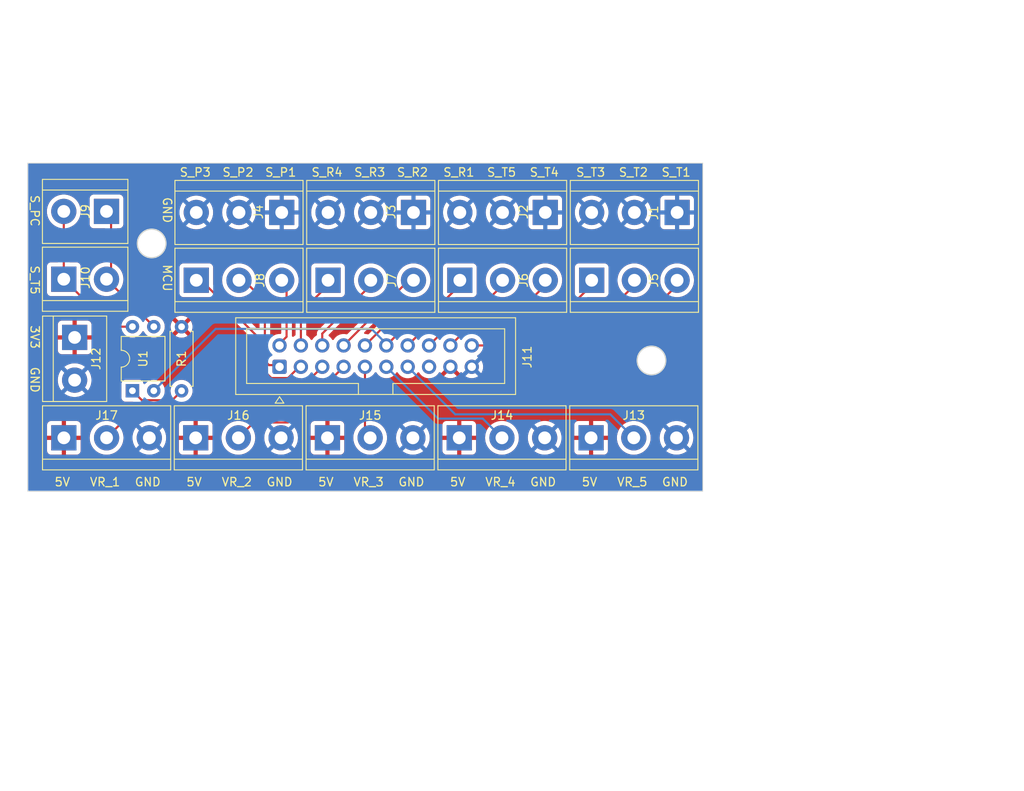
<source format=kicad_pcb>
(kicad_pcb (version 20221018) (generator pcbnew)
  (title_block (title "Control Panel Faceplate IO Breakout Board") (rev "0"))
  (layers (0 "F.Cu" signal) (31 "B.Cu" signal) (34 "B.Paste" user) (35 "F.Paste" user) (36 "B.SilkS" user "B.Silkscreen") (37 "F.SilkS" user "F.Silkscreen") (38 "B.Mask" user) (39 "F.Mask" user) (44 "Edge.Cuts" user))
  (net 0 "")
  (net 1 "/SW_T1")
  (net 2 "/SW_T2")
  (net 3 "/SW_T3")
  (net 4 "/SW_T4")
  (net 5 "/SW_T5")
  (net 6 "/SW_R1")
  (net 7 "/SW_R2")
  (net 8 "/SW_R3")
  (net 9 "/SW_R4")
  (net 10 "/SW_P1")
  (net 11 "/SW_P2")
  (net 12 "/SW_P3")
  (net 13 "/VR_1")
  (net 14 "/VR_2")
  (net 15 "/VR_3")
  (net 16 "/VR_4")
  (net 17 "/VR_5")
  (net 18 "/5V")
  (net 19 "/SW_PC_IN")
  (net 20 "/SW_PC_OUT")
  (net 21 "/GND")
  (net 22 "Net-(R1-Pad2)")
  (footprint "TerminalBlock:TerminalBlock_bornier-3_P5.08mm" (layer "F.Cu") (at -18.037099 60.751299)
    (fp_text reference "J17" (at 5.08 -2.667) (layer "F.SilkS"))
    (fp_text value "Screw_Terminal_01x03")
    (fp_line (start -2.54 -3.81) (end 12.7 -3.81) (stroke (width 0.12)) (layer "F.SilkS"))
    (fp_line (start -2.54 2.54) (end 12.7 2.54) (stroke (width 0.12)) (layer "F.SilkS"))
    (fp_line (start -2.54 3.81) (end -2.54 -3.81) (stroke (width 0.12)) (layer "F.SilkS"))
    (fp_line (start -2.54 3.81) (end 12.7 3.81) (stroke (width 0.12)) (layer "F.SilkS"))
    (fp_line (start 12.7 3.81) (end 12.7 -3.81) (stroke (width 0.12)) (layer "F.SilkS"))
    (pad "1" thru_hole rect (at 0 0) (size 3 3) (drill 1.52) (layers "*.Cu" "*.Mask") (net 18 "/5V"))
    (pad "2" thru_hole circle (at 5.08 0) (size 3 3) (drill 1.52) (layers "*.Cu" "*.Mask") (net 13 "/VR_1"))
    (pad "3" thru_hole circle (at 10.16 0) (size 3 3) (drill 1.52) (layers "*.Cu" "*.Mask") (net 21 "/GND"))
  )
  (footprint "TerminalBlock:TerminalBlock_bornier-3_P5.08mm" (layer "F.Cu") (at 39.2101 33.951301 180)
    (fp_text reference "J2" (at 2.5886 0.064 90) (layer "F.SilkS"))
    (fp_text value "Screw_Terminal_01x03")
    (fp_line (start -2.54 -3.81) (end 12.7 -3.81) (stroke (width 0.12)) (layer "F.SilkS"))
    (fp_line (start -2.54 2.54) (end 12.7 2.54) (stroke (width 0.12)) (layer "F.SilkS"))
    (fp_line (start -2.54 3.81) (end -2.54 -3.81) (stroke (width 0.12)) (layer "F.SilkS"))
    (fp_line (start -2.54 3.81) (end 12.7 3.81) (stroke (width 0.12)) (layer "F.SilkS"))
    (fp_line (start 12.7 3.81) (end 12.7 -3.81) (stroke (width 0.12)) (layer "F.SilkS"))
    (pad "1" thru_hole rect (at 0 0 180) (size 3 3) (drill 1.52) (layers "*.Cu" "*.Mask") (net 21 "/GND"))
    (pad "2" thru_hole circle (at 5.08 0 180) (size 3 3) (drill 1.52) (layers "*.Cu" "*.Mask") (net 21 "/GND"))
    (pad "3" thru_hole circle (at 10.16 0 180) (size 3 3) (drill 1.52) (layers "*.Cu" "*.Mask") (net 21 "/GND"))
  )
  (footprint "TerminalBlock:TerminalBlock_bornier-3_P5.08mm" (layer "F.Cu") (at 13.378301 42.0153)
    (fp_text reference "J7" (at 7.5714 0 90) (layer "F.SilkS"))
    (fp_text value "Screw_Terminal_01x03")
    (fp_line (start -2.54 -3.81) (end 12.7 -3.81) (stroke (width 0.12)) (layer "F.SilkS"))
    (fp_line (start -2.54 2.54) (end 12.7 2.54) (stroke (width 0.12)) (layer "F.SilkS"))
    (fp_line (start -2.54 3.81) (end -2.54 -3.81) (stroke (width 0.12)) (layer "F.SilkS"))
    (fp_line (start -2.54 3.81) (end 12.7 3.81) (stroke (width 0.12)) (layer "F.SilkS"))
    (fp_line (start 12.7 3.81) (end 12.7 -3.81) (stroke (width 0.12)) (layer "F.SilkS"))
    (pad "1" thru_hole rect (at 0 0) (size 3 3) (drill 1.52) (layers "*.Cu" "*.Mask") (net 9 "/SW_R4"))
    (pad "2" thru_hole circle (at 5.08 0) (size 3 3) (drill 1.52) (layers "*.Cu" "*.Mask") (net 8 "/SW_R3"))
    (pad "3" thru_hole circle (at 10.16 0) (size 3 3) (drill 1.52) (layers "*.Cu" "*.Mask") (net 7 "/SW_R2"))
  )
  (footprint "Connector_IDC:IDC-Header_2x10_P2.54mm_Vertical" (layer "F.Cu") (at 7.608501 52.3058 90)
    (fp_text reference "J11" (at 1.1654 29.452 90) (layer "F.SilkS"))
    (fp_text value "J_IDC_SW_IN")
    (fp_line (start -4.318 -0.508) (end -4.318 0.508) (stroke (width 0.12)) (layer "F.SilkS"))
    (fp_line (start -4.318 0.508) (end -3.556 0) (stroke (width 0.12)) (layer "F.SilkS"))
    (fp_line (start -3.556 0) (end -4.318 -0.508) (stroke (width 0.12)) (layer "F.SilkS"))
    (fp_line (start -3.29 -5.21) (end 5.83 -5.21) (stroke (width 0.12)) (layer "F.SilkS"))
    (fp_line (start -3.29 9.38) (end -1.98 9.38) (stroke (width 0.12)) (layer "F.SilkS"))
    (fp_line (start -3.29 28.07) (end -3.29 -5.21) (stroke (width 0.12)) (layer "F.SilkS"))
    (fp_line (start -1.98 -3.91) (end 4.52 -3.91) (stroke (width 0.12)) (layer "F.SilkS"))
    (fp_line (start -1.98 9.38) (end -1.98 -3.91) (stroke (width 0.12)) (layer "F.SilkS"))
    (fp_line (start -1.98 13.48) (end -3.29 13.48) (stroke (width 0.12)) (layer "F.SilkS"))
    (fp_line (start -1.98 13.48) (end -1.98 13.48) (stroke (width 0.12)) (layer "F.SilkS"))
    (fp_line (start -1.98 26.77) (end -1.98 13.48) (stroke (width 0.12)) (layer "F.SilkS"))
    (fp_line (start 4.52 -3.91) (end 4.52 26.77) (stroke (width 0.12)) (layer "F.SilkS"))
    (fp_line (start 4.52 26.77) (end -1.98 26.77) (stroke (width 0.12)) (layer "F.SilkS"))
    (fp_line (start 5.83 -5.21) (end 5.83 28.07) (stroke (width 0.12)) (layer "F.SilkS"))
    (fp_line (start 5.83 28.07) (end -3.29 28.07) (stroke (width 0.12)) (layer "F.SilkS"))
    (pad "1" thru_hole roundrect (at 0 0 90) (size 1.7 1.7) (drill 1) (layers "*.Cu" "*.Mask") (roundrect_rratio 0.1470588235) (net 11 "/SW_P2"))
    (pad "2" thru_hole circle (at 2.54 0 90) (size 1.7 1.7) (drill 1) (layers "*.Cu" "*.Mask") (net 10 "/SW_P1"))
    (pad "3" thru_hole circle (at 0 2.54 90) (size 1.7 1.7) (drill 1) (layers "*.Cu" "*.Mask") (net 12 "/SW_P3"))
    (pad "4" thru_hole circle (at 2.54 2.54 90) (size 1.7 1.7) (drill 1) (layers "*.Cu" "*.Mask") (net 9 "/SW_R4"))
    (pad "5" thru_hole circle (at 0 5.08 90) (size 1.7 1.7) (drill 1) (layers "*.Cu" "*.Mask") (net 13 "/VR_1"))
    (pad "6" thru_hole circle (at 2.54 5.08 90) (size 1.7 1.7) (drill 1) (layers "*.Cu" "*.Mask") (net 8 "/SW_R3"))
    (pad "7" thru_hole circle (at 0 7.62 90) (size 1.7 1.7) (drill 1) (layers "*.Cu" "*.Mask") (net 14 "/VR_2"))
    (pad "8" thru_hole circle (at 2.54 7.62 90) (size 1.7 1.7) (drill 1) (layers "*.Cu" "*.Mask") (net 7 "/SW_R2"))
    (pad "9" thru_hole circle (at 0 10.16 90) (size 1.7 1.7) (drill 1) (layers "*.Cu" "*.Mask") (net 15 "/VR_3"))
    (pad "10" thru_hole circle (at 2.54 10.16 90) (size 1.7 1.7) (drill 1) (layers "*.Cu" "*.Mask") (net 6 "/SW_R1"))
    (pad "11" thru_hole circle (at 0 12.7 90) (size 1.7 1.7) (drill 1) (layers "*.Cu" "*.Mask") (net 16 "/VR_4"))
    (pad "12" thru_hole circle (at 2.54 12.7 90) (size 1.7 1.7) (drill 1) (layers "*.Cu" "*.Mask") (net 5 "/SW_T5"))
    (pad "13" thru_hole circle (at 0 15.24 90) (size 1.7 1.7) (drill 1) (layers "*.Cu" "*.Mask") (net 17 "/VR_5"))
    (pad "14" thru_hole circle (at 2.54 15.24 90) (size 1.7 1.7) (drill 1) (layers "*.Cu" "*.Mask") (net 4 "/SW_T4"))
    (pad "15" thru_hole circle (at 0 17.78 90) (size 1.7 1.7) (drill 1) (layers "*.Cu" "*.Mask"))
    (pad "16" thru_hole circle (at 2.54 17.78 90) (size 1.7 1.7) (drill 1) (layers "*.Cu" "*.Mask") (net 3 "/SW_T3"))
    (pad "17" thru_hole circle (at 0 20.32 90) (size 1.7 1.7) (drill 1) (layers "*.Cu" "*.Mask") (net 18 "/5V"))
    (pad "18" thru_hole circle (at 2.54 20.32 90) (size 1.7 1.7) (drill 1) (layers "*.Cu" "*.Mask") (net 2 "/SW_T2"))
    (pad "19" thru_hole circle (at 0 22.86 90) (size 1.7 1.7) (drill 1) (layers "*.Cu" "*.Mask") (net 21 "/GND"))
    (pad "20" thru_hole circle (at 2.54 22.86 90) (size 1.7 1.7) (drill 1) (layers "*.Cu" "*.Mask") (net 1 "/SW_T1"))
  )
  (footprint "TerminalBlock:TerminalBlock_bornier-3_P5.08mm" (layer "F.Cu") (at -2.2913 42.0153)
    (fp_text reference "J8" (at 7.5714 0 90) (layer "F.SilkS"))
    (fp_text value "Screw_Terminal_01x03")
    (fp_line (start -2.54 -3.81) (end 12.7 -3.81) (stroke (width 0.12)) (layer "F.SilkS"))
    (fp_line (start -2.54 2.54) (end 12.7 2.54) (stroke (width 0.12)) (layer "F.SilkS"))
    (fp_line (start -2.54 3.81) (end -2.54 -3.81) (stroke (width 0.12)) (layer "F.SilkS"))
    (fp_line (start -2.54 3.81) (end 12.7 3.81) (stroke (width 0.12)) (layer "F.SilkS"))
    (fp_line (start 12.7 3.81) (end 12.7 -3.81) (stroke (width 0.12)) (layer "F.SilkS"))
    (pad "1" thru_hole rect (at 0 0) (size 3 3) (drill 1.52) (layers "*.Cu" "*.Mask") (net 12 "/SW_P3"))
    (pad "2" thru_hole circle (at 5.08 0) (size 3 3) (drill 1.52) (layers "*.Cu" "*.Mask") (net 11 "/SW_P2"))
    (pad "3" thru_hole circle (at 10.16 0) (size 3 3) (drill 1.52) (layers "*.Cu" "*.Mask") (net 10 "/SW_P1"))
  )
  (footprint "TerminalBlock:TerminalBlock_bornier-2_P5.08mm" (layer "F.Cu") (at -16.7571 48.813299 -90)
    (fp_text reference "J12" (at 2.54 -2.5554 90) (layer "F.SilkS"))
    (fp_text value "Screw_Terminal_01x02")
    (fp_line (start -2.54 -3.81) (end -2.54 3.81) (stroke (width 0.12)) (layer "F.SilkS"))
    (fp_line (start -2.54 3.81) (end 7.62 3.81) (stroke (width 0.12)) (layer "F.SilkS"))
    (fp_line (start 7.62 -3.81) (end -2.54 -3.81) (stroke (width 0.12)) (layer "F.SilkS"))
    (fp_line (start 7.62 2.54) (end -2.54 2.54) (stroke (width 0.12)) (layer "F.SilkS"))
    (fp_line (start 7.62 3.81) (end 7.62 -3.81) (stroke (width 0.12)) (layer "F.SilkS"))
    (pad "1" thru_hole rect (at 0 0 270) (size 3 3) (drill 1.52) (layers "*.Cu" "*.Mask") (net 18 "/5V"))
    (pad "2" thru_hole circle (at 5.08 0 270) (size 3 3) (drill 1.52) (layers "*.Cu" "*.Mask") (net 21 "/GND"))
  )
  (footprint "TerminalBlock:TerminalBlock_bornier-3_P5.08mm" (layer "F.Cu") (at 29.0501 42.0153)
    (fp_text reference "J6" (at 7.5714 0 90) (layer "F.SilkS"))
    (fp_text value "Screw_Terminal_01x03")
    (fp_line (start -2.54 -3.81) (end 12.7 -3.81) (stroke (width 0.12)) (layer "F.SilkS"))
    (fp_line (start -2.54 2.54) (end 12.7 2.54) (stroke (width 0.12)) (layer "F.SilkS"))
    (fp_line (start -2.54 3.81) (end -2.54 -3.81) (stroke (width 0.12)) (layer "F.SilkS"))
    (fp_line (start -2.54 3.81) (end 12.7 3.81) (stroke (width 0.12)) (layer "F.SilkS"))
    (fp_line (start 12.7 3.81) (end 12.7 -3.81) (stroke (width 0.12)) (layer "F.SilkS"))
    (pad "1" thru_hole rect (at 0 0) (size 3 3) (drill 1.52) (layers "*.Cu" "*.Mask") (net 6 "/SW_R1"))
    (pad "2" thru_hole circle (at 5.08 0) (size 3 3) (drill 1.52) (layers "*.Cu" "*.Mask") (net 5 "/SW_T5"))
    (pad "3" thru_hole circle (at 10.16 0) (size 3 3) (drill 1.52) (layers "*.Cu" "*.Mask") (net 4 "/SW_T4"))
  )
  (footprint "TerminalBlock:TerminalBlock_bornier-3_P5.08mm" (layer "F.Cu") (at 54.8863 33.951301 180)
    (fp_text reference "J1" (at 2.7708 -0.039142 90) (layer "F.SilkS"))
    (fp_text value "Screw_Terminal_01x03")
    (fp_line (start -2.54 -3.81) (end 12.7 -3.81) (stroke (width 0.12)) (layer "F.SilkS"))
    (fp_line (start -2.54 2.54) (end 12.7 2.54) (stroke (width 0.12)) (layer "F.SilkS"))
    (fp_line (start -2.54 3.81) (end -2.54 -3.81) (stroke (width 0.12)) (layer "F.SilkS"))
    (fp_line (start -2.54 3.81) (end 12.7 3.81) (stroke (width 0.12)) (layer "F.SilkS"))
    (fp_line (start 12.7 3.81) (end 12.7 -3.81) (stroke (width 0.12)) (layer "F.SilkS"))
    (pad "1" thru_hole rect (at 0 0 180) (size 3 3) (drill 1.52) (layers "*.Cu" "*.Mask") (net 21 "/GND"))
    (pad "2" thru_hole circle (at 5.08 0 180) (size 3 3) (drill 1.52) (layers "*.Cu" "*.Mask") (net 21 "/GND"))
    (pad "3" thru_hole circle (at 10.16 0 180) (size 3 3) (drill 1.52) (layers "*.Cu" "*.Mask") (net 21 "/GND"))
  )
  (footprint "TerminalBlock:TerminalBlock_bornier-3_P5.08mm" (layer "F.Cu") (at 7.8687 33.951301 180)
    (fp_text reference "J4" (at 2.7432 0.064 90) (layer "F.SilkS"))
    (fp_text value "Screw_Terminal_01x03")
    (fp_line (start -2.54 -3.81) (end 12.7 -3.81) (stroke (width 0.12)) (layer "F.SilkS"))
    (fp_line (start -2.54 2.54) (end 12.7 2.54) (stroke (width 0.12)) (layer "F.SilkS"))
    (fp_line (start -2.54 3.81) (end -2.54 -3.81) (stroke (width 0.12)) (layer "F.SilkS"))
    (fp_line (start -2.54 3.81) (end 12.7 3.81) (stroke (width 0.12)) (layer "F.SilkS"))
    (fp_line (start 12.7 3.81) (end 12.7 -3.81) (stroke (width 0.12)) (layer "F.SilkS"))
    (pad "1" thru_hole rect (at 0 0 180) (size 3 3) (drill 1.52) (layers "*.Cu" "*.Mask") (net 21 "/GND"))
    (pad "2" thru_hole circle (at 5.08 0 180) (size 3 3) (drill 1.52) (layers "*.Cu" "*.Mask") (net 21 "/GND"))
    (pad "3" thru_hole circle (at 10.16 0 180) (size 3 3) (drill 1.52) (layers "*.Cu" "*.Mask") (net 21 "/GND"))
  )
  (footprint "TerminalBlock:TerminalBlock_bornier-3_P5.08mm" (layer "F.Cu") (at 44.654501 60.7513)
    (fp_text reference "J13" (at 5.08 -2.667) (layer "F.SilkS"))
    (fp_text value "Screw_Terminal_01x03")
    (fp_line (start -2.54 -3.81) (end 12.7 -3.81) (stroke (width 0.12)) (layer "F.SilkS"))
    (fp_line (start -2.54 2.54) (end 12.7 2.54) (stroke (width 0.12)) (layer "F.SilkS"))
    (fp_line (start -2.54 3.81) (end -2.54 -3.81) (stroke (width 0.12)) (layer "F.SilkS"))
    (fp_line (start -2.54 3.81) (end 12.7 3.81) (stroke (width 0.12)) (layer "F.SilkS"))
    (fp_line (start 12.7 3.81) (end 12.7 -3.81) (stroke (width 0.12)) (layer "F.SilkS"))
    (pad "1" thru_hole rect (at 0 0) (size 3 3) (drill 1.52) (layers "*.Cu" "*.Mask") (net 18 "/5V"))
    (pad "2" thru_hole circle (at 5.08 0) (size 3 3) (drill 1.52) (layers "*.Cu" "*.Mask") (net 17 "/VR_5"))
    (pad "3" thru_hole circle (at 10.16 0) (size 3 3) (drill 1.52) (layers "*.Cu" "*.Mask") (net 21 "/GND"))
  )
  (footprint "TerminalBlock:TerminalBlock_bornier-2_P5.08mm" (layer "F.Cu") (at -12.967099 33.8273 180)
    (fp_text reference "J9" (at 2.5046 0 90) (layer "F.SilkS"))
    (fp_text value "Screw_Terminal_01x02")
    (fp_line (start -2.54 -3.81) (end -2.54 3.81) (stroke (width 0.12)) (layer "F.SilkS"))
    (fp_line (start -2.54 3.81) (end 7.62 3.81) (stroke (width 0.12)) (layer "F.SilkS"))
    (fp_line (start 7.62 -3.81) (end -2.54 -3.81) (stroke (width 0.12)) (layer "F.SilkS"))
    (fp_line (start 7.62 2.54) (end -2.54 2.54) (stroke (width 0.12)) (layer "F.SilkS"))
    (fp_line (start 7.62 3.81) (end 7.62 -3.81) (stroke (width 0.12)) (layer "F.SilkS"))
    (pad "1" thru_hole rect (at 0 0 180) (size 3 3) (drill 1.52) (layers "*.Cu" "*.Mask") (net 20 "/SW_PC_OUT"))
    (pad "2" thru_hole circle (at 5.08 0 180) (size 3 3) (drill 1.52) (layers "*.Cu" "*.Mask") (net 19 "/SW_PC_IN"))
  )
  (footprint "TerminalBlock:TerminalBlock_bornier-3_P5.08mm" (layer "F.Cu") (at -2.3653 60.7513)
    (fp_text reference "J16" (at 5.08 -2.667) (layer "F.SilkS"))
    (fp_text value "Screw_Terminal_01x03")
    (fp_line (start -2.54 -3.81) (end 12.7 -3.81) (stroke (width 0.12)) (layer "F.SilkS"))
    (fp_line (start -2.54 2.54) (end 12.7 2.54) (stroke (width 0.12)) (layer "F.SilkS"))
    (fp_line (start -2.54 3.81) (end -2.54 -3.81) (stroke (width 0.12)) (layer "F.SilkS"))
    (fp_line (start -2.54 3.81) (end 12.7 3.81) (stroke (width 0.12)) (layer "F.SilkS"))
    (fp_line (start 12.7 3.81) (end 12.7 -3.81) (stroke (width 0.12)) (layer "F.SilkS"))
    (pad "1" thru_hole rect (at 0 0) (size 3 3) (drill 1.52) (layers "*.Cu" "*.Mask") (net 18 "/5V"))
    (pad "2" thru_hole circle (at 5.08 0) (size 3 3) (drill 1.52) (layers "*.Cu" "*.Mask") (net 14 "/VR_2"))
    (pad "3" thru_hole circle (at 10.16 0) (size 3 3) (drill 1.52) (layers "*.Cu" "*.Mask") (net 21 "/GND"))
  )
  (footprint "TerminalBlock:TerminalBlock_bornier-3_P5.08mm" (layer "F.Cu") (at 28.978301 60.7513)
    (fp_text reference "J14" (at 5.08 -2.667) (layer "F.SilkS"))
    (fp_text value "Screw_Terminal_01x03")
    (fp_line (start -2.54 -3.81) (end 12.7 -3.81) (stroke (width 0.12)) (layer "F.SilkS"))
    (fp_line (start -2.54 2.54) (end 12.7 2.54) (stroke (width 0.12)) (layer "F.SilkS"))
    (fp_line (start -2.54 3.81) (end -2.54 -3.81) (stroke (width 0.12)) (layer "F.SilkS"))
    (fp_line (start -2.54 3.81) (end 12.7 3.81) (stroke (width 0.12)) (layer "F.SilkS"))
    (fp_line (start 12.7 3.81) (end 12.7 -3.81) (stroke (width 0.12)) (layer "F.SilkS"))
    (pad "1" thru_hole rect (at 0 0) (size 3 3) (drill 1.52) (layers "*.Cu" "*.Mask") (net 18 "/5V"))
    (pad "2" thru_hole circle (at 5.08 0) (size 3 3) (drill 1.52) (layers "*.Cu" "*.Mask") (net 16 "/VR_4"))
    (pad "3" thru_hole circle (at 10.16 0) (size 3 3) (drill 1.52) (layers "*.Cu" "*.Mask") (net 21 "/GND"))
  )
  (footprint "TerminalBlock:TerminalBlock_bornier-2_P5.08mm" (layer "F.Cu") (at -18.0471 41.891299)
    (fp_text reference "J10" (at 2.5754 -0.19 90) (layer "F.SilkS"))
    (fp_text value "Screw_Terminal_01x02")
    (fp_line (start -2.54 -3.81) (end -2.54 3.81) (stroke (width 0.12)) (layer "F.SilkS"))
    (fp_line (start -2.54 3.81) (end 7.62 3.81) (stroke (width 0.12)) (layer "F.SilkS"))
    (fp_line (start 7.62 -3.81) (end -2.54 -3.81) (stroke (width 0.12)) (layer "F.SilkS"))
    (fp_line (start 7.62 2.54) (end -2.54 2.54) (stroke (width 0.12)) (layer "F.SilkS"))
    (fp_line (start 7.62 3.81) (end 7.62 -3.81) (stroke (width 0.12)) (layer "F.SilkS"))
    (pad "1" thru_hole rect (at 0 0) (size 3 3) (drill 1.52) (layers "*.Cu" "*.Mask") (net 19 "/SW_PC_IN"))
    (pad "2" thru_hole circle (at 5.08 0) (size 3 3) (drill 1.52) (layers "*.Cu" "*.Mask") (net 20 "/SW_PC_OUT"))
  )
  (footprint "TerminalBlock:TerminalBlock_bornier-3_P5.08mm" (layer "F.Cu") (at 13.3065 60.7513)
    (fp_text reference "J15" (at 5.08 -2.667) (layer "F.SilkS"))
    (fp_text value "Screw_Terminal_01x03")
    (fp_line (start -2.54 -3.81) (end 12.7 -3.81) (stroke (width 0.12)) (layer "F.SilkS"))
    (fp_line (start -2.54 2.54) (end 12.7 2.54) (stroke (width 0.12)) (layer "F.SilkS"))
    (fp_line (start -2.54 3.81) (end -2.54 -3.81) (stroke (width 0.12)) (layer "F.SilkS"))
    (fp_line (start -2.54 3.81) (end 12.7 3.81) (stroke (width 0.12)) (layer "F.SilkS"))
    (fp_line (start 12.7 3.81) (end 12.7 -3.81) (stroke (width 0.12)) (layer "F.SilkS"))
    (pad "1" thru_hole rect (at 0 0) (size 3 3) (drill 1.52) (layers "*.Cu" "*.Mask") (net 18 "/5V"))
    (pad "2" thru_hole circle (at 5.08 0) (size 3 3) (drill 1.52) (layers "*.Cu" "*.Mask") (net 15 "/VR_3"))
    (pad "3" thru_hole circle (at 10.16 0) (size 3 3) (drill 1.52) (layers "*.Cu" "*.Mask") (net 21 "/GND"))
  )
  (footprint "TerminalBlock:TerminalBlock_bornier-3_P5.08mm" (layer "F.Cu") (at 23.5383 33.951301 180)
    (fp_text reference "J3" (at 2.6648 0.064 90) (layer "F.SilkS"))
    (fp_text value "Screw_Terminal_01x03")
    (fp_line (start -2.54 -3.81) (end 12.7 -3.81) (stroke (width 0.12)) (layer "F.SilkS"))
    (fp_line (start -2.54 2.54) (end 12.7 2.54) (stroke (width 0.12)) (layer "F.SilkS"))
    (fp_line (start -2.54 3.81) (end -2.54 -3.81) (stroke (width 0.12)) (layer "F.SilkS"))
    (fp_line (start -2.54 3.81) (end 12.7 3.81) (stroke (width 0.12)) (layer "F.SilkS"))
    (fp_line (start 12.7 3.81) (end 12.7 -3.81) (stroke (width 0.12)) (layer "F.SilkS"))
    (pad "1" thru_hole rect (at 0 0 180) (size 3 3) (drill 1.52) (layers "*.Cu" "*.Mask") (net 21 "/GND"))
    (pad "2" thru_hole circle (at 5.08 0 180) (size 3 3) (drill 1.52) (layers "*.Cu" "*.Mask") (net 21 "/GND"))
    (pad "3" thru_hole circle (at 10.16 0 180) (size 3 3) (drill 1.52) (layers "*.Cu" "*.Mask") (net 21 "/GND"))
  )
  (footprint "TerminalBlock:TerminalBlock_bornier-3_P5.08mm" (layer "F.Cu") (at 44.7263 42.0153)
    (fp_text reference "J5" (at 7.3892 0 90) (layer "F.SilkS"))
    (fp_text value "Screw_Terminal_01x03")
    (fp_line (start -2.54 -3.81) (end 12.7 -3.81) (stroke (width 0.12)) (layer "F.SilkS"))
    (fp_line (start -2.54 2.54) (end 12.7 2.54) (stroke (width 0.12)) (layer "F.SilkS"))
    (fp_line (start -2.54 3.81) (end -2.54 -3.81) (stroke (width 0.12)) (layer "F.SilkS"))
    (fp_line (start -2.54 3.81) (end 12.7 3.81) (stroke (width 0.12)) (layer "F.SilkS"))
    (fp_line (start 12.7 3.81) (end 12.7 -3.81) (stroke (width 0.12)) (layer "F.SilkS"))
    (pad "1" thru_hole rect (at 0 0) (size 3 3) (drill 1.52) (layers "*.Cu" "*.Mask") (net 3 "/SW_T3"))
    (pad "2" thru_hole circle (at 5.08 0) (size 3 3) (drill 1.52) (layers "*.Cu" "*.Mask") (net 2 "/SW_T2"))
    (pad "3" thru_hole circle (at 10.16 0) (size 3 3) (drill 1.52) (layers "*.Cu" "*.Mask") (net 1 "/SW_T1"))
  )
  (footprint "Resistor_THT:R_Axial_DIN0207_L6.3mm_D2.5mm_P7.62mm_Horizontal" (layer "F.Cu") (at -4.0417 47.5433 -90)
    (fp_text reference "R1" (at 3.81 0 90) (layer "F.SilkS"))
    (fp_text value "330R")
    (fp_line (start 0.54 -1.37) (end 7.08 -1.37) (stroke (width 0.12)) (layer "F.SilkS"))
    (fp_line (start 0.54 -1.04) (end 0.54 -1.37) (stroke (width 0.12)) (layer "F.SilkS"))
    (fp_line (start 0.54 1.04) (end 0.54 1.37) (stroke (width 0.12)) (layer "F.SilkS"))
    (fp_line (start 0.54 1.37) (end 7.08 1.37) (stroke (width 0.12)) (layer "F.SilkS"))
    (fp_line (start 7.08 -1.37) (end 7.08 -1.04) (stroke (width 0.12)) (layer "F.SilkS"))
    (fp_line (start 7.08 1.37) (end 7.08 1.04) (stroke (width 0.12)) (layer "F.SilkS"))
    (pad "1" thru_hole circle (at 0 0 270) (size 1.6 1.6) (drill 0.8) (layers "*.Cu" "*.Mask") (net 18 "/5V"))
    (pad "2" thru_hole oval (at 7.62 0 270) (size 1.6 1.6) (drill 0.8) (layers "*.Cu" "*.Mask") (net 22 "Net-(R1-Pad2)"))
  )
  (footprint "Package_DIP:DIP-4_W7.62mm" (layer "F.Cu") (at -9.8837 55.153299 90)
    (fp_text reference "U1" (at 3.8 1.27 90) (layer "F.SilkS"))
    (fp_text value "LTV-817")
    (fp_line (start 1.16 -1.33) (end 1.16 3.87) (stroke (width 0.12)) (layer "F.SilkS"))
    (fp_line (start 1.16 3.87) (end 6.46 3.87) (stroke (width 0.12)) (layer "F.SilkS"))
    (fp_line (start 2.81 -1.33) (end 1.16 -1.33) (stroke (width 0.12)) (layer "F.SilkS"))
    (fp_line (start 6.46 -1.33) (end 4.81 -1.33) (stroke (width 0.12)) (layer "F.SilkS"))
    (fp_line (start 6.46 3.87) (end 6.46 -1.33) (stroke (width 0.12)) (layer "F.SilkS"))
    (fp_arc (start 4.81 -1.33) (mid 3.81 -0.33) (end 2.81 -1.33) (stroke (width 0.12)) (layer "F.SilkS"))
    (pad "1" thru_hole rect (at 0 0 90) (size 1.6 1.6) (drill 0.8) (layers "*.Cu" "*.Mask") (net 22 "Net-(R1-Pad2)"))
    (pad "2" thru_hole oval (at 0 2.54 90) (size 1.6 1.6) (drill 0.8) (layers "*.Cu" "*.Mask") (net 5 "/SW_T5"))
    (pad "3" thru_hole oval (at 7.62 2.54 90) (size 1.6 1.6) (drill 0.8) (layers "*.Cu" "*.Mask") (net 20 "/SW_PC_OUT"))
    (pad "4" thru_hole oval (at 7.62 0 90) (size 1.6 1.6) (drill 0.8) (layers "*.Cu" "*.Mask") (net 19 "/SW_PC_IN"))
  )
  (gr_circle (center 51.8383 51.553301) (end 51.8383 53.253301) (stroke (width 0.15)) (fill none) (layer "Edge.Cuts"))
  (gr_circle (center -7.5977 37.637299) (end -7.597699 39.3373) (stroke (width 0.15)) (fill none) (layer "Edge.Cuts"))
  (gr_poly (pts (xy 57.9343 28.086899) (xy 57.9343 67.101301) (xy -22.3297 67.101301) (xy -22.3297 28.086899)) (stroke (width 0.1)) (fill none) (layer "Edge.Cuts"))
  (gr_text "5V" (at 14.127349 66.5933) (layer "F.SilkS") (effects (font (size 1 1)) (justify right bottom)))
  (gr_text "S_PC" (at -22.0757 31.795301 -90) (layer "F.SilkS") (effects (font (size 1 1)) (justify left bottom)))
  (gr_text "S_T3" (at 42.793814 29.763299) (layer "F.SilkS") (effects (font (size 1 1)) (justify left bottom)))
  (gr_text "S_R2" (at 21.486767 29.763301) (layer "F.SilkS") (effects (font (size 1 1)) (justify left bottom)))
  (gr_text "S_P2" (at 0.737166 29.763299) (layer "F.SilkS") (effects (font (size 1 1)) (justify left bottom)))
  (gr_text "VR_1" (at -11.255299 66.593301) (layer "F.SilkS") (effects (font (size 1 1)) (justify right bottom)))
  (gr_text "S_T4" (at 37.277614 29.763299) (layer "F.SilkS") (effects (font (size 1 1)) (justify left bottom)))
  (gr_text "GND" (at -6.437204 66.593299) (layer "F.SilkS") (effects (font (size 1 1)) (justify right bottom)))
  (gr_text "S_R4" (at 11.326766 29.763299) (layer "F.SilkS") (effects (font (size 1 1)) (justify left bottom)))
  (gr_text "S_P1" (at 5.817166 29.763299) (layer "F.SilkS") (effects (font (size 1 1)) (justify left bottom)))
  (gr_text "5V" (at -17.216252 66.593298) (layer "F.SilkS") (effects (font (size 1 1)) (justify right bottom)))
  (gr_text "VR_3" (at 20.0883 66.5933) (layer "F.SilkS") (effects (font (size 1 1)) (justify right bottom)))
  (gr_text "S_T5" (at 32.197614 29.763299) (layer "F.SilkS") (effects (font (size 1 1)) (justify left bottom)))
  (gr_text "GND" (at 9.234595 66.593299) (layer "F.SilkS") (effects (font (size 1 1)) (justify right bottom)))
  (gr_text "MCU" (at -6.3277 40.041872 -90) (layer "F.SilkS") (effects (font (size 1 1)) (justify left bottom)))
  (gr_text "VR_4" (at 35.7601 66.5933) (layer "F.SilkS") (effects (font (size 1 1)) (justify right bottom)))
  (gr_text "S_P3" (at -4.342834 29.763299) (layer "F.SilkS") (effects (font (size 1 1)) (justify left bottom)))
  (gr_text "GND" (at -6.3277 32.049299 -90) (layer "F.SilkS") (effects (font (size 1 1)) (justify left bottom)))
  (gr_text "5V" (at 29.799149 66.593299) (layer "F.SilkS") (effects (font (size 1 1)) (justify right bottom)))
  (gr_text "S_T2" (at 47.873814 29.763299) (layer "F.SilkS") (effects (font (size 1 1)) (justify left bottom)))
  (gr_text "3V3" (at -22.075699 47.2893 -90) (layer "F.SilkS") (effects (font (size 1 1)) (justify left bottom)))
  (gr_text "VR_5" (at 51.4363 66.593298) (layer "F.SilkS") (effects (font (size 1 1)) (justify right bottom)))
  (gr_text "GND" (at 56.254395 66.593301) (layer "F.SilkS") (effects (font (size 1 1)) (justify right bottom)))
  (gr_text "GND" (at 24.906397 66.593299) (layer "F.SilkS") (effects (font (size 1 1)) (justify right bottom)))
  (gr_text "VR_2" (at 4.416501 66.593299) (layer "F.SilkS") (effects (font (size 1 1)) (justify right bottom)))
  (gr_text "GND" (at -22.0757 52.226444 -90) (layer "F.SilkS") (effects (font (size 1 1)) (justify left bottom)))
  (gr_text "S_T5" (at -22.0757 40.177301 -90) (layer "F.SilkS") (effects (font (size 1 1)) (justify left bottom)))
  (gr_text "S_R1" (at 26.998566 29.763299) (layer "F.SilkS") (effects (font (size 1 1)) (justify left bottom)))
  (gr_text "5V" (at 45.475348 66.593298) (layer "F.SilkS") (effects (font (size 1 1)) (justify right bottom)))
  (gr_text "S_T1" (at 52.953815 29.763301) (layer "F.SilkS") (effects (font (size 1 1)) (justify left bottom)))
  (gr_text "5V" (at -1.544451 66.593301) (layer "F.SilkS") (effects (font (size 1 1)) (justify right bottom)))
  (gr_text "S_R3" (at 16.406766 29.763301) (layer "F.SilkS") (effects (font (size 1 1)) (justify left bottom)))
  (gr_text "GND" (at 40.578196 66.593298) (layer "F.SilkS") (effects (font (size 1 1)) (justify right bottom)))
  (segment (start 55.464301 42.0153) (end 47.7138 49.765799) (width 0.25) (layer "F.Cu") (net 1))
  (segment (start 47.7138 49.765799) (end 30.4685 49.765799) (width 0.25) (layer "F.Cu") (net 1))
  (segment (start 44.3483 48.051301) (end 29.643 48.051301) (width 0.25) (layer "F.Cu") (net 2))
  (segment (start 29.643 48.051301) (end 27.9285 49.765799) (width 0.25) (layer "F.Cu") (net 2))
  (segment (start 50.384301 42.0153) (end 44.3483 48.051301) (width 0.25) (layer "F.Cu") (net 2))
  (segment (start 45.304301 42.0153) (end 39.7183 47.601299) (width 0.25) (layer "F.Cu") (net 3))
  (segment (start 39.7183 47.601299) (end 27.553 47.601299) (width 0.25) (layer "F.Cu") (net 3))
  (segment (start 27.553 47.601299) (end 25.3885 49.765799) (width 0.25) (layer "F.Cu") (net 3))
  (segment (start 39.788101 42.0153) (end 34.6521 47.151299) (width 0.25) (layer "F.Cu") (net 4))
  (segment (start 25.463 47.151299) (end 22.8485 49.765799) (width 0.25) (layer "F.Cu") (net 4))
  (segment (start 34.6521 47.151299) (end 25.463 47.151299) (width 0.25) (layer "F.Cu") (net 4))
  (segment (start 30.022101 46.701299) (end 23.373001 46.7013) (width 0.25) (layer "F.Cu") (net 5))
  (segment (start 23.373001 46.7013) (end 20.3085 49.765799) (width 0.25) (layer "F.Cu") (net 5))
  (segment (start 34.7081 42.0153) (end 30.022101 46.701299) (width 0.25) (layer "F.Cu") (net 5))
  (segment (start 0.0123 47.7973) (end 18.54 47.797299) (width 0.25) (layer "B.Cu") (net 5))
  (segment (start 18.54 47.797299) (end 20.3085 49.565799) (width 0.25) (layer "B.Cu") (net 5))
  (segment (start -7.343699 55.153301) (end 0.0123 47.7973) (width 0.25) (layer "B.Cu") (net 5))
  (segment (start 21.283 46.251299) (end 17.768501 49.7658) (width 0.25) (layer "F.Cu") (net 6))
  (segment (start 29.628101 42.015299) (end 25.3921 46.251299) (width 0.25) (layer "F.Cu") (net 6))
  (segment (start 25.3921 46.251299) (end 21.283 46.251299) (width 0.25) (layer "F.Cu") (net 6))
  (segment (start 22.979001 42.0153) (end 15.2285 49.765799) (width 0.25) (layer "F.Cu") (net 7))
  (segment (start 12.688502 48.3631) (end 12.688501 49.7658) (width 0.25) (layer "F.Cu") (net 8))
  (segment (start 19.036301 42.0153) (end 12.688502 48.3631) (width 0.25) (layer "F.Cu") (net 8))
  (segment (start 10.1485 45.823099) (end 10.1485 49.565799) (width 0.25) (layer "F.Cu") (net 9))
  (segment (start 13.9563 42.0153) (end 10.1485 45.823099) (width 0.25) (layer "F.Cu") (net 9))
  (segment (start 8.4467 48.727601) (end 7.608501 49.5658) (width 0.25) (layer "F.Cu") (net 10))
  (segment (start 8.446701 42.0153) (end 8.4467 48.727601) (width 0.25) (layer "F.Cu") (net 10))
  (segment (start 5.8643 51.607299) (end 6.3628 52.105801) (width 0.25) (layer "F.Cu") (net 11))
  (segment (start 6.3628 52.105801) (end 7.608501 52.105801) (width 0.25) (layer "F.Cu") (net 11))
  (segment (start 5.864301 44.5129) (end 5.8643 51.607299) (width 0.25) (layer "F.Cu") (net 11))
  (segment (start 3.366701 42.0153) (end 5.864301 44.5129) (width 0.25) (layer "F.Cu") (net 11))
  (segment (start -1.713299 42.0153) (end 5.3563 49.084901) (width 0.25) (layer "F.Cu") (net 12))
  (segment (start 8.615 53.639301) (end 10.1485 52.105801) (width 0.25) (layer "F.Cu") (net 12))
  (segment (start 5.3563 49.084901) (end 5.356301 52.3693) (width 0.25) (layer "F.Cu") (net 12))
  (segment (start 6.6263 53.639301) (end 8.615 53.639301) (width 0.25) (layer "F.Cu") (net 12))
  (segment (start 5.356301 52.3693) (end 6.6263 53.639301) (width 0.25) (layer "F.Cu") (net 12))
  (segment (start 8.053 56.941301) (end 12.6885 52.3058) (width 0.25) (layer "F.Cu") (net 13))
  (segment (start -9.1471 56.941301) (end 8.053 56.941301) (width 0.25) (layer "F.Cu") (net 13))
  (segment (start -12.957099 60.751299) (end -9.1471 56.941301) (width 0.25) (layer "F.Cu") (net 13))
  (segment (start 2.714701 60.751299) (end 4.5397 58.9263) (width 0.25) (layer "F.Cu") (net 14))
  (segment (start 8.608 58.926299) (end 15.2285 52.305801) (width 0.25) (layer "F.Cu") (net 14))
  (segment (start 4.5397 58.9263) (end 8.608 58.926299) (width 0.25) (layer "F.Cu") (net 14))
  (segment (start 18.3865 60.7513) (end 17.768501 60.133301) (width 0.25) (layer "F.Cu") (net 15))
  (segment (start 17.768501 60.133301) (end 17.7685 52.305801) (width 0.25) (layer "F.Cu") (net 15))
  (segment (start 34.058301 60.7513) (end 31.7723 58.465299) (width 0.25) (layer "B.Cu") (net 16))
  (segment (start 26.468001 58.4653) (end 20.3085 52.305801) (width 0.25) (layer "B.Cu") (net 16))
  (segment (start 31.7723 58.465299) (end 26.468001 58.4653) (width 0.25) (layer "B.Cu") (net 16))
  (segment (start 28.5 57.9573) (end 22.8485 52.305801) (width 0.25) (layer "B.Cu") (net 17))
  (segment (start 49.734499 60.751298) (end 46.940501 57.9573) (width 0.25) (layer "B.Cu") (net 17))
  (segment (start 46.940501 57.9573) (end 28.5 57.9573) (width 0.25) (layer "B.Cu") (net 17))
  (segment (start -18.047099 33.8273) (end -18.0471 41.891299) (width 0.25) (layer "F.Cu") (net 19))
  (segment (start -18.0471 41.891299) (end -12.405099 47.533301) (width 0.25) (layer "F.Cu") (net 19))
  (segment (start -12.405099 47.533301) (end -9.8837 47.533301) (width 0.25) (layer "F.Cu") (net 19))
  (segment (start -7.343699 47.514701) (end -7.343699 47.533301) (width 0.25) (layer "F.Cu") (net 20))
  (segment (start -12.423699 33.951301) (end -12.423699 41.9807) (width 0.25) (layer "F.Cu") (net 20))
  (segment (start -12.9671 41.891299) (end -7.343699 47.514701) (width 0.25) (layer "F.Cu") (net 20))
  (segment (start -5.1567 56.278301) (end -8.758699 56.278301) (width 0.25) (layer "F.Cu") (net 22))
  (segment (start -4.0417 55.1633) (end -5.1567 56.278301) (width 0.25) (layer "F.Cu") (net 22))
  (segment (start -8.758699 56.278301) (end -9.8837 55.153299) (width 0.25) (layer "F.Cu") (net 22))
  (zone (net 18) (net_name "/5V") (layer "F.Cu") (connect_pads (clearance 0.508)) (min_thickness 0.25) (fill yes (thermal_gap 0.5) (thermal_bridge_width 0.5))
    (polygon (pts (xy -24.361699 70.9113) (xy -24.3617 25.191299) (xy 61.9983 25.191299) (xy 61.998301 70.9113)))
    (polygon (pts (xy 29.9943 50.083299) (xy 8.1503 50.083299) (xy 8.150301 51.861301) (xy 29.9943 51.861301)))
  )
  (zone (net 21) (net_name "/GND") (layer "B.Cu") (priority 3) (connect_pads (clearance 0.508)) (min_thickness 0.25) (fill yes (thermal_gap 0.5) (thermal_bridge_width 0.5))
    (polygon (pts (xy 64.7923 72.689301) (xy -25.6317 72.689301) (xy -25.3777 23.9213) (xy 65.046301 23.921301)))
    (polygon (pts (xy 30.248301 49.8293) (xy 7.8963 49.8293) (xy 7.8963 52.1153) (xy 30.248301 52.1153)))
  )
)
</source>
